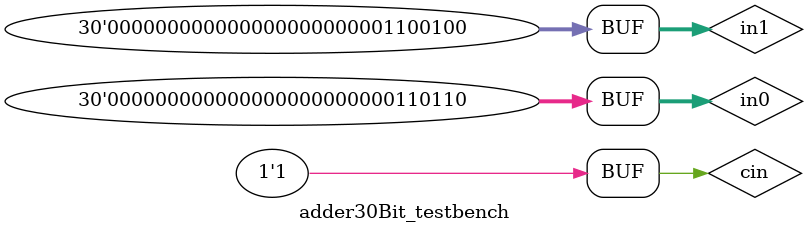
<source format=sv>
`timescale 1 ps / 100 fs

module adder30Bit #(parameter WIDTH = 30)(out, cin, in0, in1);
	output [WIDTH-1:0] out;
	//output cout, overflow;
	input [WIDTH-1:0] in0, in1;
	input cin;
	
	wire[WIDTH:0] carryValues; // contains carry in and carry out values
	
	assign carryValues[0] = cin;
	
	// compute sum of each bit to calculate 32 bit sum
	genvar i;	
	generate
		for(i=0; i<WIDTH; i++) begin : eachBit
			
			adder addrBit (.sum(out[i]), .cout(carryValues[i+1]), .a(in0[i]), .b(in1[i]), .cin(carryValues[i]));
		end
	endgenerate
	
	//assign out = tempOut;	
	
endmodule 

module adder30Bit_testbench();
	parameter WIDTH = 30;
	wire [WIDTH-1:0] out;
	//output cout, overflow;
	reg [WIDTH-1:0] in0, in1;
	reg cin;
	
	
	adder30Bit dut (.out, .cin, .in0, .in1);

	initial begin
		
		cin = 1;
		in0 = 0; in1 = 0; #100000;
		in0 = 2; in1 = 8; #100000;
		in0 = 10; in1 = 0; #100000;
		in0 = 40; in1 = 12; #100000;
		in0 = 54; in1 = 100; #100000;
		
	end
endmodule 
</source>
